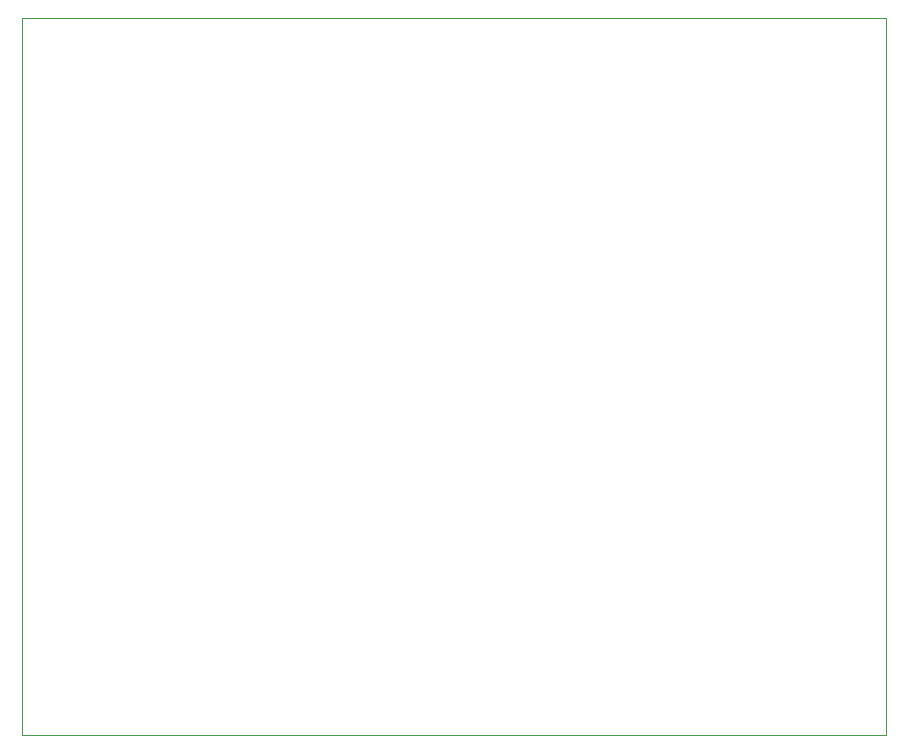
<source format=gbr>
%TF.GenerationSoftware,KiCad,Pcbnew,(6.0.0-0)*%
%TF.CreationDate,2022-10-19T23:34:28-04:00*%
%TF.ProjectId,Backplane-Interrupt-Handler,4261636b-706c-4616-9e65-2d496e746572,rev?*%
%TF.SameCoordinates,Original*%
%TF.FileFunction,Profile,NP*%
%FSLAX46Y46*%
G04 Gerber Fmt 4.6, Leading zero omitted, Abs format (unit mm)*
G04 Created by KiCad (PCBNEW (6.0.0-0)) date 2022-10-19 23:34:28*
%MOMM*%
%LPD*%
G01*
G04 APERTURE LIST*
%TA.AperFunction,Profile*%
%ADD10C,0.100000*%
%TD*%
G04 APERTURE END LIST*
D10*
X103378000Y-60452000D02*
X176530000Y-60452000D01*
X176530000Y-60452000D02*
X176530000Y-121158000D01*
X176530000Y-121158000D02*
X103378000Y-121158000D01*
X103378000Y-121158000D02*
X103378000Y-60452000D01*
M02*

</source>
